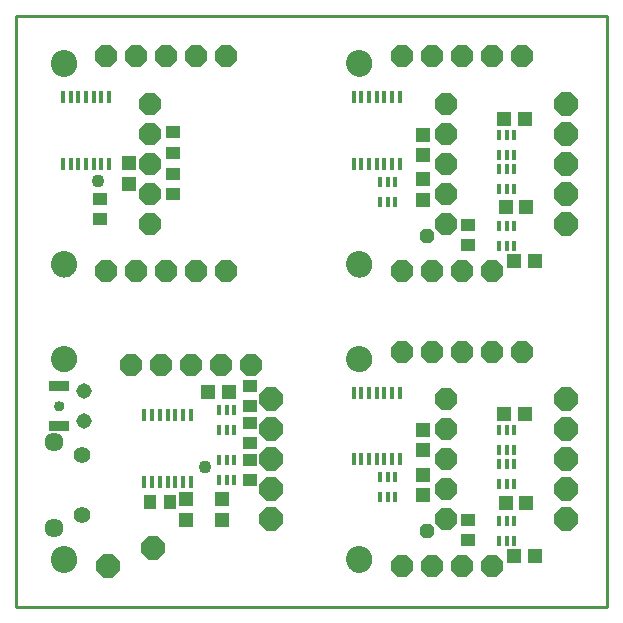
<source format=gbs>
G75*
%MOIN*%
%OFA0B0*%
%FSLAX25Y25*%
%IPPOS*%
%LPD*%
%AMOC8*
5,1,8,0,0,1.08239X$1,22.5*
%
%ADD10C,0.01000*%
%ADD11C,0.00000*%
%ADD12C,0.08668*%
%ADD13R,0.01778X0.04337*%
%ADD14R,0.04652X0.04534*%
%ADD15OC8,0.07400*%
%ADD16R,0.04731X0.04337*%
%ADD17C,0.04337*%
%ADD18R,0.01778X0.03550*%
%ADD19R,0.04534X0.04652*%
%ADD20OC8,0.08000*%
%ADD21C,0.05550*%
%ADD22C,0.06337*%
%ADD23OC8,0.07880*%
%ADD24R,0.04337X0.04731*%
%ADD25C,0.03353*%
%ADD26R,0.07093X0.03550*%
%ADD27C,0.05156*%
%ADD28OC8,0.04731*%
D10*
X0001500Y0001500D02*
X0198350Y0001500D01*
X0198350Y0198350D01*
X0001500Y0198350D01*
X0001500Y0001500D01*
D11*
X0013114Y0017248D02*
X0013116Y0017376D01*
X0013122Y0017504D01*
X0013132Y0017631D01*
X0013146Y0017759D01*
X0013163Y0017885D01*
X0013185Y0018011D01*
X0013211Y0018137D01*
X0013240Y0018261D01*
X0013273Y0018385D01*
X0013310Y0018507D01*
X0013351Y0018628D01*
X0013396Y0018748D01*
X0013444Y0018867D01*
X0013496Y0018984D01*
X0013552Y0019099D01*
X0013611Y0019213D01*
X0013673Y0019324D01*
X0013739Y0019434D01*
X0013808Y0019541D01*
X0013881Y0019647D01*
X0013957Y0019750D01*
X0014036Y0019850D01*
X0014118Y0019949D01*
X0014203Y0020044D01*
X0014291Y0020137D01*
X0014382Y0020227D01*
X0014475Y0020314D01*
X0014572Y0020399D01*
X0014670Y0020480D01*
X0014772Y0020558D01*
X0014875Y0020633D01*
X0014981Y0020705D01*
X0015089Y0020774D01*
X0015199Y0020839D01*
X0015312Y0020900D01*
X0015426Y0020959D01*
X0015541Y0021013D01*
X0015659Y0021064D01*
X0015777Y0021112D01*
X0015898Y0021155D01*
X0016019Y0021195D01*
X0016142Y0021231D01*
X0016266Y0021264D01*
X0016391Y0021292D01*
X0016516Y0021317D01*
X0016642Y0021337D01*
X0016769Y0021354D01*
X0016897Y0021367D01*
X0017024Y0021376D01*
X0017152Y0021381D01*
X0017280Y0021382D01*
X0017408Y0021379D01*
X0017536Y0021372D01*
X0017663Y0021361D01*
X0017790Y0021346D01*
X0017917Y0021328D01*
X0018043Y0021305D01*
X0018168Y0021278D01*
X0018292Y0021248D01*
X0018415Y0021214D01*
X0018538Y0021176D01*
X0018659Y0021134D01*
X0018778Y0021088D01*
X0018896Y0021039D01*
X0019013Y0020986D01*
X0019128Y0020930D01*
X0019241Y0020870D01*
X0019352Y0020807D01*
X0019461Y0020740D01*
X0019568Y0020670D01*
X0019673Y0020596D01*
X0019775Y0020520D01*
X0019875Y0020440D01*
X0019973Y0020357D01*
X0020068Y0020271D01*
X0020160Y0020182D01*
X0020249Y0020091D01*
X0020336Y0019997D01*
X0020419Y0019900D01*
X0020500Y0019800D01*
X0020577Y0019699D01*
X0020652Y0019594D01*
X0020723Y0019488D01*
X0020790Y0019379D01*
X0020855Y0019269D01*
X0020915Y0019156D01*
X0020973Y0019042D01*
X0021026Y0018926D01*
X0021076Y0018808D01*
X0021123Y0018689D01*
X0021166Y0018568D01*
X0021205Y0018446D01*
X0021240Y0018323D01*
X0021271Y0018199D01*
X0021299Y0018074D01*
X0021322Y0017948D01*
X0021342Y0017822D01*
X0021358Y0017695D01*
X0021370Y0017568D01*
X0021378Y0017440D01*
X0021382Y0017312D01*
X0021382Y0017184D01*
X0021378Y0017056D01*
X0021370Y0016928D01*
X0021358Y0016801D01*
X0021342Y0016674D01*
X0021322Y0016548D01*
X0021299Y0016422D01*
X0021271Y0016297D01*
X0021240Y0016173D01*
X0021205Y0016050D01*
X0021166Y0015928D01*
X0021123Y0015807D01*
X0021076Y0015688D01*
X0021026Y0015570D01*
X0020973Y0015454D01*
X0020915Y0015340D01*
X0020855Y0015227D01*
X0020790Y0015117D01*
X0020723Y0015008D01*
X0020652Y0014902D01*
X0020577Y0014797D01*
X0020500Y0014696D01*
X0020419Y0014596D01*
X0020336Y0014499D01*
X0020249Y0014405D01*
X0020160Y0014314D01*
X0020068Y0014225D01*
X0019973Y0014139D01*
X0019875Y0014056D01*
X0019775Y0013976D01*
X0019673Y0013900D01*
X0019568Y0013826D01*
X0019461Y0013756D01*
X0019352Y0013689D01*
X0019241Y0013626D01*
X0019128Y0013566D01*
X0019013Y0013510D01*
X0018896Y0013457D01*
X0018778Y0013408D01*
X0018659Y0013362D01*
X0018538Y0013320D01*
X0018415Y0013282D01*
X0018292Y0013248D01*
X0018168Y0013218D01*
X0018043Y0013191D01*
X0017917Y0013168D01*
X0017790Y0013150D01*
X0017663Y0013135D01*
X0017536Y0013124D01*
X0017408Y0013117D01*
X0017280Y0013114D01*
X0017152Y0013115D01*
X0017024Y0013120D01*
X0016897Y0013129D01*
X0016769Y0013142D01*
X0016642Y0013159D01*
X0016516Y0013179D01*
X0016391Y0013204D01*
X0016266Y0013232D01*
X0016142Y0013265D01*
X0016019Y0013301D01*
X0015898Y0013341D01*
X0015777Y0013384D01*
X0015659Y0013432D01*
X0015541Y0013483D01*
X0015426Y0013537D01*
X0015312Y0013596D01*
X0015199Y0013657D01*
X0015089Y0013722D01*
X0014981Y0013791D01*
X0014875Y0013863D01*
X0014772Y0013938D01*
X0014670Y0014016D01*
X0014572Y0014097D01*
X0014475Y0014182D01*
X0014382Y0014269D01*
X0014291Y0014359D01*
X0014203Y0014452D01*
X0014118Y0014547D01*
X0014036Y0014646D01*
X0013957Y0014746D01*
X0013881Y0014849D01*
X0013808Y0014955D01*
X0013739Y0015062D01*
X0013673Y0015172D01*
X0013611Y0015283D01*
X0013552Y0015397D01*
X0013496Y0015512D01*
X0013444Y0015629D01*
X0013396Y0015748D01*
X0013351Y0015868D01*
X0013310Y0015989D01*
X0013273Y0016111D01*
X0013240Y0016235D01*
X0013211Y0016359D01*
X0013185Y0016485D01*
X0013163Y0016611D01*
X0013146Y0016737D01*
X0013132Y0016865D01*
X0013122Y0016992D01*
X0013116Y0017120D01*
X0013114Y0017248D01*
X0014197Y0068429D02*
X0014199Y0068506D01*
X0014205Y0068582D01*
X0014215Y0068658D01*
X0014229Y0068733D01*
X0014246Y0068808D01*
X0014268Y0068881D01*
X0014293Y0068954D01*
X0014323Y0069025D01*
X0014355Y0069094D01*
X0014392Y0069161D01*
X0014431Y0069227D01*
X0014474Y0069290D01*
X0014521Y0069351D01*
X0014570Y0069410D01*
X0014623Y0069466D01*
X0014678Y0069519D01*
X0014736Y0069569D01*
X0014796Y0069616D01*
X0014859Y0069660D01*
X0014924Y0069701D01*
X0014991Y0069738D01*
X0015060Y0069772D01*
X0015130Y0069802D01*
X0015202Y0069828D01*
X0015276Y0069850D01*
X0015350Y0069869D01*
X0015425Y0069884D01*
X0015501Y0069895D01*
X0015577Y0069902D01*
X0015654Y0069905D01*
X0015730Y0069904D01*
X0015807Y0069899D01*
X0015883Y0069890D01*
X0015959Y0069877D01*
X0016033Y0069860D01*
X0016107Y0069840D01*
X0016180Y0069815D01*
X0016251Y0069787D01*
X0016321Y0069755D01*
X0016389Y0069720D01*
X0016455Y0069681D01*
X0016519Y0069639D01*
X0016580Y0069593D01*
X0016640Y0069544D01*
X0016696Y0069493D01*
X0016750Y0069438D01*
X0016801Y0069381D01*
X0016849Y0069321D01*
X0016894Y0069259D01*
X0016935Y0069194D01*
X0016973Y0069128D01*
X0017008Y0069060D01*
X0017038Y0068989D01*
X0017066Y0068918D01*
X0017089Y0068845D01*
X0017109Y0068771D01*
X0017125Y0068696D01*
X0017137Y0068620D01*
X0017145Y0068544D01*
X0017149Y0068467D01*
X0017149Y0068391D01*
X0017145Y0068314D01*
X0017137Y0068238D01*
X0017125Y0068162D01*
X0017109Y0068087D01*
X0017089Y0068013D01*
X0017066Y0067940D01*
X0017038Y0067869D01*
X0017008Y0067798D01*
X0016973Y0067730D01*
X0016935Y0067664D01*
X0016894Y0067599D01*
X0016849Y0067537D01*
X0016801Y0067477D01*
X0016750Y0067420D01*
X0016696Y0067365D01*
X0016640Y0067314D01*
X0016580Y0067265D01*
X0016519Y0067219D01*
X0016455Y0067177D01*
X0016389Y0067138D01*
X0016321Y0067103D01*
X0016251Y0067071D01*
X0016180Y0067043D01*
X0016107Y0067018D01*
X0016033Y0066998D01*
X0015959Y0066981D01*
X0015883Y0066968D01*
X0015807Y0066959D01*
X0015730Y0066954D01*
X0015654Y0066953D01*
X0015577Y0066956D01*
X0015501Y0066963D01*
X0015425Y0066974D01*
X0015350Y0066989D01*
X0015276Y0067008D01*
X0015202Y0067030D01*
X0015130Y0067056D01*
X0015060Y0067086D01*
X0014991Y0067120D01*
X0014924Y0067157D01*
X0014859Y0067198D01*
X0014796Y0067242D01*
X0014736Y0067289D01*
X0014678Y0067339D01*
X0014623Y0067392D01*
X0014570Y0067448D01*
X0014521Y0067507D01*
X0014474Y0067568D01*
X0014431Y0067631D01*
X0014392Y0067697D01*
X0014355Y0067764D01*
X0014323Y0067833D01*
X0014293Y0067904D01*
X0014268Y0067977D01*
X0014246Y0068050D01*
X0014229Y0068125D01*
X0014215Y0068200D01*
X0014205Y0068276D01*
X0014199Y0068352D01*
X0014197Y0068429D01*
X0013114Y0084177D02*
X0013116Y0084305D01*
X0013122Y0084433D01*
X0013132Y0084560D01*
X0013146Y0084688D01*
X0013163Y0084814D01*
X0013185Y0084940D01*
X0013211Y0085066D01*
X0013240Y0085190D01*
X0013273Y0085314D01*
X0013310Y0085436D01*
X0013351Y0085557D01*
X0013396Y0085677D01*
X0013444Y0085796D01*
X0013496Y0085913D01*
X0013552Y0086028D01*
X0013611Y0086142D01*
X0013673Y0086253D01*
X0013739Y0086363D01*
X0013808Y0086470D01*
X0013881Y0086576D01*
X0013957Y0086679D01*
X0014036Y0086779D01*
X0014118Y0086878D01*
X0014203Y0086973D01*
X0014291Y0087066D01*
X0014382Y0087156D01*
X0014475Y0087243D01*
X0014572Y0087328D01*
X0014670Y0087409D01*
X0014772Y0087487D01*
X0014875Y0087562D01*
X0014981Y0087634D01*
X0015089Y0087703D01*
X0015199Y0087768D01*
X0015312Y0087829D01*
X0015426Y0087888D01*
X0015541Y0087942D01*
X0015659Y0087993D01*
X0015777Y0088041D01*
X0015898Y0088084D01*
X0016019Y0088124D01*
X0016142Y0088160D01*
X0016266Y0088193D01*
X0016391Y0088221D01*
X0016516Y0088246D01*
X0016642Y0088266D01*
X0016769Y0088283D01*
X0016897Y0088296D01*
X0017024Y0088305D01*
X0017152Y0088310D01*
X0017280Y0088311D01*
X0017408Y0088308D01*
X0017536Y0088301D01*
X0017663Y0088290D01*
X0017790Y0088275D01*
X0017917Y0088257D01*
X0018043Y0088234D01*
X0018168Y0088207D01*
X0018292Y0088177D01*
X0018415Y0088143D01*
X0018538Y0088105D01*
X0018659Y0088063D01*
X0018778Y0088017D01*
X0018896Y0087968D01*
X0019013Y0087915D01*
X0019128Y0087859D01*
X0019241Y0087799D01*
X0019352Y0087736D01*
X0019461Y0087669D01*
X0019568Y0087599D01*
X0019673Y0087525D01*
X0019775Y0087449D01*
X0019875Y0087369D01*
X0019973Y0087286D01*
X0020068Y0087200D01*
X0020160Y0087111D01*
X0020249Y0087020D01*
X0020336Y0086926D01*
X0020419Y0086829D01*
X0020500Y0086729D01*
X0020577Y0086628D01*
X0020652Y0086523D01*
X0020723Y0086417D01*
X0020790Y0086308D01*
X0020855Y0086198D01*
X0020915Y0086085D01*
X0020973Y0085971D01*
X0021026Y0085855D01*
X0021076Y0085737D01*
X0021123Y0085618D01*
X0021166Y0085497D01*
X0021205Y0085375D01*
X0021240Y0085252D01*
X0021271Y0085128D01*
X0021299Y0085003D01*
X0021322Y0084877D01*
X0021342Y0084751D01*
X0021358Y0084624D01*
X0021370Y0084497D01*
X0021378Y0084369D01*
X0021382Y0084241D01*
X0021382Y0084113D01*
X0021378Y0083985D01*
X0021370Y0083857D01*
X0021358Y0083730D01*
X0021342Y0083603D01*
X0021322Y0083477D01*
X0021299Y0083351D01*
X0021271Y0083226D01*
X0021240Y0083102D01*
X0021205Y0082979D01*
X0021166Y0082857D01*
X0021123Y0082736D01*
X0021076Y0082617D01*
X0021026Y0082499D01*
X0020973Y0082383D01*
X0020915Y0082269D01*
X0020855Y0082156D01*
X0020790Y0082046D01*
X0020723Y0081937D01*
X0020652Y0081831D01*
X0020577Y0081726D01*
X0020500Y0081625D01*
X0020419Y0081525D01*
X0020336Y0081428D01*
X0020249Y0081334D01*
X0020160Y0081243D01*
X0020068Y0081154D01*
X0019973Y0081068D01*
X0019875Y0080985D01*
X0019775Y0080905D01*
X0019673Y0080829D01*
X0019568Y0080755D01*
X0019461Y0080685D01*
X0019352Y0080618D01*
X0019241Y0080555D01*
X0019128Y0080495D01*
X0019013Y0080439D01*
X0018896Y0080386D01*
X0018778Y0080337D01*
X0018659Y0080291D01*
X0018538Y0080249D01*
X0018415Y0080211D01*
X0018292Y0080177D01*
X0018168Y0080147D01*
X0018043Y0080120D01*
X0017917Y0080097D01*
X0017790Y0080079D01*
X0017663Y0080064D01*
X0017536Y0080053D01*
X0017408Y0080046D01*
X0017280Y0080043D01*
X0017152Y0080044D01*
X0017024Y0080049D01*
X0016897Y0080058D01*
X0016769Y0080071D01*
X0016642Y0080088D01*
X0016516Y0080108D01*
X0016391Y0080133D01*
X0016266Y0080161D01*
X0016142Y0080194D01*
X0016019Y0080230D01*
X0015898Y0080270D01*
X0015777Y0080313D01*
X0015659Y0080361D01*
X0015541Y0080412D01*
X0015426Y0080466D01*
X0015312Y0080525D01*
X0015199Y0080586D01*
X0015089Y0080651D01*
X0014981Y0080720D01*
X0014875Y0080792D01*
X0014772Y0080867D01*
X0014670Y0080945D01*
X0014572Y0081026D01*
X0014475Y0081111D01*
X0014382Y0081198D01*
X0014291Y0081288D01*
X0014203Y0081381D01*
X0014118Y0081476D01*
X0014036Y0081575D01*
X0013957Y0081675D01*
X0013881Y0081778D01*
X0013808Y0081884D01*
X0013739Y0081991D01*
X0013673Y0082101D01*
X0013611Y0082212D01*
X0013552Y0082326D01*
X0013496Y0082441D01*
X0013444Y0082558D01*
X0013396Y0082677D01*
X0013351Y0082797D01*
X0013310Y0082918D01*
X0013273Y0083040D01*
X0013240Y0083164D01*
X0013211Y0083288D01*
X0013185Y0083414D01*
X0013163Y0083540D01*
X0013146Y0083666D01*
X0013132Y0083794D01*
X0013122Y0083921D01*
X0013116Y0084049D01*
X0013114Y0084177D01*
X0013114Y0115673D02*
X0013116Y0115801D01*
X0013122Y0115929D01*
X0013132Y0116056D01*
X0013146Y0116184D01*
X0013163Y0116310D01*
X0013185Y0116436D01*
X0013211Y0116562D01*
X0013240Y0116686D01*
X0013273Y0116810D01*
X0013310Y0116932D01*
X0013351Y0117053D01*
X0013396Y0117173D01*
X0013444Y0117292D01*
X0013496Y0117409D01*
X0013552Y0117524D01*
X0013611Y0117638D01*
X0013673Y0117749D01*
X0013739Y0117859D01*
X0013808Y0117966D01*
X0013881Y0118072D01*
X0013957Y0118175D01*
X0014036Y0118275D01*
X0014118Y0118374D01*
X0014203Y0118469D01*
X0014291Y0118562D01*
X0014382Y0118652D01*
X0014475Y0118739D01*
X0014572Y0118824D01*
X0014670Y0118905D01*
X0014772Y0118983D01*
X0014875Y0119058D01*
X0014981Y0119130D01*
X0015089Y0119199D01*
X0015199Y0119264D01*
X0015312Y0119325D01*
X0015426Y0119384D01*
X0015541Y0119438D01*
X0015659Y0119489D01*
X0015777Y0119537D01*
X0015898Y0119580D01*
X0016019Y0119620D01*
X0016142Y0119656D01*
X0016266Y0119689D01*
X0016391Y0119717D01*
X0016516Y0119742D01*
X0016642Y0119762D01*
X0016769Y0119779D01*
X0016897Y0119792D01*
X0017024Y0119801D01*
X0017152Y0119806D01*
X0017280Y0119807D01*
X0017408Y0119804D01*
X0017536Y0119797D01*
X0017663Y0119786D01*
X0017790Y0119771D01*
X0017917Y0119753D01*
X0018043Y0119730D01*
X0018168Y0119703D01*
X0018292Y0119673D01*
X0018415Y0119639D01*
X0018538Y0119601D01*
X0018659Y0119559D01*
X0018778Y0119513D01*
X0018896Y0119464D01*
X0019013Y0119411D01*
X0019128Y0119355D01*
X0019241Y0119295D01*
X0019352Y0119232D01*
X0019461Y0119165D01*
X0019568Y0119095D01*
X0019673Y0119021D01*
X0019775Y0118945D01*
X0019875Y0118865D01*
X0019973Y0118782D01*
X0020068Y0118696D01*
X0020160Y0118607D01*
X0020249Y0118516D01*
X0020336Y0118422D01*
X0020419Y0118325D01*
X0020500Y0118225D01*
X0020577Y0118124D01*
X0020652Y0118019D01*
X0020723Y0117913D01*
X0020790Y0117804D01*
X0020855Y0117694D01*
X0020915Y0117581D01*
X0020973Y0117467D01*
X0021026Y0117351D01*
X0021076Y0117233D01*
X0021123Y0117114D01*
X0021166Y0116993D01*
X0021205Y0116871D01*
X0021240Y0116748D01*
X0021271Y0116624D01*
X0021299Y0116499D01*
X0021322Y0116373D01*
X0021342Y0116247D01*
X0021358Y0116120D01*
X0021370Y0115993D01*
X0021378Y0115865D01*
X0021382Y0115737D01*
X0021382Y0115609D01*
X0021378Y0115481D01*
X0021370Y0115353D01*
X0021358Y0115226D01*
X0021342Y0115099D01*
X0021322Y0114973D01*
X0021299Y0114847D01*
X0021271Y0114722D01*
X0021240Y0114598D01*
X0021205Y0114475D01*
X0021166Y0114353D01*
X0021123Y0114232D01*
X0021076Y0114113D01*
X0021026Y0113995D01*
X0020973Y0113879D01*
X0020915Y0113765D01*
X0020855Y0113652D01*
X0020790Y0113542D01*
X0020723Y0113433D01*
X0020652Y0113327D01*
X0020577Y0113222D01*
X0020500Y0113121D01*
X0020419Y0113021D01*
X0020336Y0112924D01*
X0020249Y0112830D01*
X0020160Y0112739D01*
X0020068Y0112650D01*
X0019973Y0112564D01*
X0019875Y0112481D01*
X0019775Y0112401D01*
X0019673Y0112325D01*
X0019568Y0112251D01*
X0019461Y0112181D01*
X0019352Y0112114D01*
X0019241Y0112051D01*
X0019128Y0111991D01*
X0019013Y0111935D01*
X0018896Y0111882D01*
X0018778Y0111833D01*
X0018659Y0111787D01*
X0018538Y0111745D01*
X0018415Y0111707D01*
X0018292Y0111673D01*
X0018168Y0111643D01*
X0018043Y0111616D01*
X0017917Y0111593D01*
X0017790Y0111575D01*
X0017663Y0111560D01*
X0017536Y0111549D01*
X0017408Y0111542D01*
X0017280Y0111539D01*
X0017152Y0111540D01*
X0017024Y0111545D01*
X0016897Y0111554D01*
X0016769Y0111567D01*
X0016642Y0111584D01*
X0016516Y0111604D01*
X0016391Y0111629D01*
X0016266Y0111657D01*
X0016142Y0111690D01*
X0016019Y0111726D01*
X0015898Y0111766D01*
X0015777Y0111809D01*
X0015659Y0111857D01*
X0015541Y0111908D01*
X0015426Y0111962D01*
X0015312Y0112021D01*
X0015199Y0112082D01*
X0015089Y0112147D01*
X0014981Y0112216D01*
X0014875Y0112288D01*
X0014772Y0112363D01*
X0014670Y0112441D01*
X0014572Y0112522D01*
X0014475Y0112607D01*
X0014382Y0112694D01*
X0014291Y0112784D01*
X0014203Y0112877D01*
X0014118Y0112972D01*
X0014036Y0113071D01*
X0013957Y0113171D01*
X0013881Y0113274D01*
X0013808Y0113380D01*
X0013739Y0113487D01*
X0013673Y0113597D01*
X0013611Y0113708D01*
X0013552Y0113822D01*
X0013496Y0113937D01*
X0013444Y0114054D01*
X0013396Y0114173D01*
X0013351Y0114293D01*
X0013310Y0114414D01*
X0013273Y0114536D01*
X0013240Y0114660D01*
X0013211Y0114784D01*
X0013185Y0114910D01*
X0013163Y0115036D01*
X0013146Y0115162D01*
X0013132Y0115290D01*
X0013122Y0115417D01*
X0013116Y0115545D01*
X0013114Y0115673D01*
X0013114Y0182602D02*
X0013116Y0182730D01*
X0013122Y0182858D01*
X0013132Y0182985D01*
X0013146Y0183113D01*
X0013163Y0183239D01*
X0013185Y0183365D01*
X0013211Y0183491D01*
X0013240Y0183615D01*
X0013273Y0183739D01*
X0013310Y0183861D01*
X0013351Y0183982D01*
X0013396Y0184102D01*
X0013444Y0184221D01*
X0013496Y0184338D01*
X0013552Y0184453D01*
X0013611Y0184567D01*
X0013673Y0184678D01*
X0013739Y0184788D01*
X0013808Y0184895D01*
X0013881Y0185001D01*
X0013957Y0185104D01*
X0014036Y0185204D01*
X0014118Y0185303D01*
X0014203Y0185398D01*
X0014291Y0185491D01*
X0014382Y0185581D01*
X0014475Y0185668D01*
X0014572Y0185753D01*
X0014670Y0185834D01*
X0014772Y0185912D01*
X0014875Y0185987D01*
X0014981Y0186059D01*
X0015089Y0186128D01*
X0015199Y0186193D01*
X0015312Y0186254D01*
X0015426Y0186313D01*
X0015541Y0186367D01*
X0015659Y0186418D01*
X0015777Y0186466D01*
X0015898Y0186509D01*
X0016019Y0186549D01*
X0016142Y0186585D01*
X0016266Y0186618D01*
X0016391Y0186646D01*
X0016516Y0186671D01*
X0016642Y0186691D01*
X0016769Y0186708D01*
X0016897Y0186721D01*
X0017024Y0186730D01*
X0017152Y0186735D01*
X0017280Y0186736D01*
X0017408Y0186733D01*
X0017536Y0186726D01*
X0017663Y0186715D01*
X0017790Y0186700D01*
X0017917Y0186682D01*
X0018043Y0186659D01*
X0018168Y0186632D01*
X0018292Y0186602D01*
X0018415Y0186568D01*
X0018538Y0186530D01*
X0018659Y0186488D01*
X0018778Y0186442D01*
X0018896Y0186393D01*
X0019013Y0186340D01*
X0019128Y0186284D01*
X0019241Y0186224D01*
X0019352Y0186161D01*
X0019461Y0186094D01*
X0019568Y0186024D01*
X0019673Y0185950D01*
X0019775Y0185874D01*
X0019875Y0185794D01*
X0019973Y0185711D01*
X0020068Y0185625D01*
X0020160Y0185536D01*
X0020249Y0185445D01*
X0020336Y0185351D01*
X0020419Y0185254D01*
X0020500Y0185154D01*
X0020577Y0185053D01*
X0020652Y0184948D01*
X0020723Y0184842D01*
X0020790Y0184733D01*
X0020855Y0184623D01*
X0020915Y0184510D01*
X0020973Y0184396D01*
X0021026Y0184280D01*
X0021076Y0184162D01*
X0021123Y0184043D01*
X0021166Y0183922D01*
X0021205Y0183800D01*
X0021240Y0183677D01*
X0021271Y0183553D01*
X0021299Y0183428D01*
X0021322Y0183302D01*
X0021342Y0183176D01*
X0021358Y0183049D01*
X0021370Y0182922D01*
X0021378Y0182794D01*
X0021382Y0182666D01*
X0021382Y0182538D01*
X0021378Y0182410D01*
X0021370Y0182282D01*
X0021358Y0182155D01*
X0021342Y0182028D01*
X0021322Y0181902D01*
X0021299Y0181776D01*
X0021271Y0181651D01*
X0021240Y0181527D01*
X0021205Y0181404D01*
X0021166Y0181282D01*
X0021123Y0181161D01*
X0021076Y0181042D01*
X0021026Y0180924D01*
X0020973Y0180808D01*
X0020915Y0180694D01*
X0020855Y0180581D01*
X0020790Y0180471D01*
X0020723Y0180362D01*
X0020652Y0180256D01*
X0020577Y0180151D01*
X0020500Y0180050D01*
X0020419Y0179950D01*
X0020336Y0179853D01*
X0020249Y0179759D01*
X0020160Y0179668D01*
X0020068Y0179579D01*
X0019973Y0179493D01*
X0019875Y0179410D01*
X0019775Y0179330D01*
X0019673Y0179254D01*
X0019568Y0179180D01*
X0019461Y0179110D01*
X0019352Y0179043D01*
X0019241Y0178980D01*
X0019128Y0178920D01*
X0019013Y0178864D01*
X0018896Y0178811D01*
X0018778Y0178762D01*
X0018659Y0178716D01*
X0018538Y0178674D01*
X0018415Y0178636D01*
X0018292Y0178602D01*
X0018168Y0178572D01*
X0018043Y0178545D01*
X0017917Y0178522D01*
X0017790Y0178504D01*
X0017663Y0178489D01*
X0017536Y0178478D01*
X0017408Y0178471D01*
X0017280Y0178468D01*
X0017152Y0178469D01*
X0017024Y0178474D01*
X0016897Y0178483D01*
X0016769Y0178496D01*
X0016642Y0178513D01*
X0016516Y0178533D01*
X0016391Y0178558D01*
X0016266Y0178586D01*
X0016142Y0178619D01*
X0016019Y0178655D01*
X0015898Y0178695D01*
X0015777Y0178738D01*
X0015659Y0178786D01*
X0015541Y0178837D01*
X0015426Y0178891D01*
X0015312Y0178950D01*
X0015199Y0179011D01*
X0015089Y0179076D01*
X0014981Y0179145D01*
X0014875Y0179217D01*
X0014772Y0179292D01*
X0014670Y0179370D01*
X0014572Y0179451D01*
X0014475Y0179536D01*
X0014382Y0179623D01*
X0014291Y0179713D01*
X0014203Y0179806D01*
X0014118Y0179901D01*
X0014036Y0180000D01*
X0013957Y0180100D01*
X0013881Y0180203D01*
X0013808Y0180309D01*
X0013739Y0180416D01*
X0013673Y0180526D01*
X0013611Y0180637D01*
X0013552Y0180751D01*
X0013496Y0180866D01*
X0013444Y0180983D01*
X0013396Y0181102D01*
X0013351Y0181222D01*
X0013310Y0181343D01*
X0013273Y0181465D01*
X0013240Y0181589D01*
X0013211Y0181713D01*
X0013185Y0181839D01*
X0013163Y0181965D01*
X0013146Y0182091D01*
X0013132Y0182219D01*
X0013122Y0182346D01*
X0013116Y0182474D01*
X0013114Y0182602D01*
X0111539Y0182602D02*
X0111541Y0182730D01*
X0111547Y0182858D01*
X0111557Y0182985D01*
X0111571Y0183113D01*
X0111588Y0183239D01*
X0111610Y0183365D01*
X0111636Y0183491D01*
X0111665Y0183615D01*
X0111698Y0183739D01*
X0111735Y0183861D01*
X0111776Y0183982D01*
X0111821Y0184102D01*
X0111869Y0184221D01*
X0111921Y0184338D01*
X0111977Y0184453D01*
X0112036Y0184567D01*
X0112098Y0184678D01*
X0112164Y0184788D01*
X0112233Y0184895D01*
X0112306Y0185001D01*
X0112382Y0185104D01*
X0112461Y0185204D01*
X0112543Y0185303D01*
X0112628Y0185398D01*
X0112716Y0185491D01*
X0112807Y0185581D01*
X0112900Y0185668D01*
X0112997Y0185753D01*
X0113095Y0185834D01*
X0113197Y0185912D01*
X0113300Y0185987D01*
X0113406Y0186059D01*
X0113514Y0186128D01*
X0113624Y0186193D01*
X0113737Y0186254D01*
X0113851Y0186313D01*
X0113966Y0186367D01*
X0114084Y0186418D01*
X0114202Y0186466D01*
X0114323Y0186509D01*
X0114444Y0186549D01*
X0114567Y0186585D01*
X0114691Y0186618D01*
X0114816Y0186646D01*
X0114941Y0186671D01*
X0115067Y0186691D01*
X0115194Y0186708D01*
X0115322Y0186721D01*
X0115449Y0186730D01*
X0115577Y0186735D01*
X0115705Y0186736D01*
X0115833Y0186733D01*
X0115961Y0186726D01*
X0116088Y0186715D01*
X0116215Y0186700D01*
X0116342Y0186682D01*
X0116468Y0186659D01*
X0116593Y0186632D01*
X0116717Y0186602D01*
X0116840Y0186568D01*
X0116963Y0186530D01*
X0117084Y0186488D01*
X0117203Y0186442D01*
X0117321Y0186393D01*
X0117438Y0186340D01*
X0117553Y0186284D01*
X0117666Y0186224D01*
X0117777Y0186161D01*
X0117886Y0186094D01*
X0117993Y0186024D01*
X0118098Y0185950D01*
X0118200Y0185874D01*
X0118300Y0185794D01*
X0118398Y0185711D01*
X0118493Y0185625D01*
X0118585Y0185536D01*
X0118674Y0185445D01*
X0118761Y0185351D01*
X0118844Y0185254D01*
X0118925Y0185154D01*
X0119002Y0185053D01*
X0119077Y0184948D01*
X0119148Y0184842D01*
X0119215Y0184733D01*
X0119280Y0184623D01*
X0119340Y0184510D01*
X0119398Y0184396D01*
X0119451Y0184280D01*
X0119501Y0184162D01*
X0119548Y0184043D01*
X0119591Y0183922D01*
X0119630Y0183800D01*
X0119665Y0183677D01*
X0119696Y0183553D01*
X0119724Y0183428D01*
X0119747Y0183302D01*
X0119767Y0183176D01*
X0119783Y0183049D01*
X0119795Y0182922D01*
X0119803Y0182794D01*
X0119807Y0182666D01*
X0119807Y0182538D01*
X0119803Y0182410D01*
X0119795Y0182282D01*
X0119783Y0182155D01*
X0119767Y0182028D01*
X0119747Y0181902D01*
X0119724Y0181776D01*
X0119696Y0181651D01*
X0119665Y0181527D01*
X0119630Y0181404D01*
X0119591Y0181282D01*
X0119548Y0181161D01*
X0119501Y0181042D01*
X0119451Y0180924D01*
X0119398Y0180808D01*
X0119340Y0180694D01*
X0119280Y0180581D01*
X0119215Y0180471D01*
X0119148Y0180362D01*
X0119077Y0180256D01*
X0119002Y0180151D01*
X0118925Y0180050D01*
X0118844Y0179950D01*
X0118761Y0179853D01*
X0118674Y0179759D01*
X0118585Y0179668D01*
X0118493Y0179579D01*
X0118398Y0179493D01*
X0118300Y0179410D01*
X0118200Y0179330D01*
X0118098Y0179254D01*
X0117993Y0179180D01*
X0117886Y0179110D01*
X0117777Y0179043D01*
X0117666Y0178980D01*
X0117553Y0178920D01*
X0117438Y0178864D01*
X0117321Y0178811D01*
X0117203Y0178762D01*
X0117084Y0178716D01*
X0116963Y0178674D01*
X0116840Y0178636D01*
X0116717Y0178602D01*
X0116593Y0178572D01*
X0116468Y0178545D01*
X0116342Y0178522D01*
X0116215Y0178504D01*
X0116088Y0178489D01*
X0115961Y0178478D01*
X0115833Y0178471D01*
X0115705Y0178468D01*
X0115577Y0178469D01*
X0115449Y0178474D01*
X0115322Y0178483D01*
X0115194Y0178496D01*
X0115067Y0178513D01*
X0114941Y0178533D01*
X0114816Y0178558D01*
X0114691Y0178586D01*
X0114567Y0178619D01*
X0114444Y0178655D01*
X0114323Y0178695D01*
X0114202Y0178738D01*
X0114084Y0178786D01*
X0113966Y0178837D01*
X0113851Y0178891D01*
X0113737Y0178950D01*
X0113624Y0179011D01*
X0113514Y0179076D01*
X0113406Y0179145D01*
X0113300Y0179217D01*
X0113197Y0179292D01*
X0113095Y0179370D01*
X0112997Y0179451D01*
X0112900Y0179536D01*
X0112807Y0179623D01*
X0112716Y0179713D01*
X0112628Y0179806D01*
X0112543Y0179901D01*
X0112461Y0180000D01*
X0112382Y0180100D01*
X0112306Y0180203D01*
X0112233Y0180309D01*
X0112164Y0180416D01*
X0112098Y0180526D01*
X0112036Y0180637D01*
X0111977Y0180751D01*
X0111921Y0180866D01*
X0111869Y0180983D01*
X0111821Y0181102D01*
X0111776Y0181222D01*
X0111735Y0181343D01*
X0111698Y0181465D01*
X0111665Y0181589D01*
X0111636Y0181713D01*
X0111610Y0181839D01*
X0111588Y0181965D01*
X0111571Y0182091D01*
X0111557Y0182219D01*
X0111547Y0182346D01*
X0111541Y0182474D01*
X0111539Y0182602D01*
X0111539Y0115673D02*
X0111541Y0115801D01*
X0111547Y0115929D01*
X0111557Y0116056D01*
X0111571Y0116184D01*
X0111588Y0116310D01*
X0111610Y0116436D01*
X0111636Y0116562D01*
X0111665Y0116686D01*
X0111698Y0116810D01*
X0111735Y0116932D01*
X0111776Y0117053D01*
X0111821Y0117173D01*
X0111869Y0117292D01*
X0111921Y0117409D01*
X0111977Y0117524D01*
X0112036Y0117638D01*
X0112098Y0117749D01*
X0112164Y0117859D01*
X0112233Y0117966D01*
X0112306Y0118072D01*
X0112382Y0118175D01*
X0112461Y0118275D01*
X0112543Y0118374D01*
X0112628Y0118469D01*
X0112716Y0118562D01*
X0112807Y0118652D01*
X0112900Y0118739D01*
X0112997Y0118824D01*
X0113095Y0118905D01*
X0113197Y0118983D01*
X0113300Y0119058D01*
X0113406Y0119130D01*
X0113514Y0119199D01*
X0113624Y0119264D01*
X0113737Y0119325D01*
X0113851Y0119384D01*
X0113966Y0119438D01*
X0114084Y0119489D01*
X0114202Y0119537D01*
X0114323Y0119580D01*
X0114444Y0119620D01*
X0114567Y0119656D01*
X0114691Y0119689D01*
X0114816Y0119717D01*
X0114941Y0119742D01*
X0115067Y0119762D01*
X0115194Y0119779D01*
X0115322Y0119792D01*
X0115449Y0119801D01*
X0115577Y0119806D01*
X0115705Y0119807D01*
X0115833Y0119804D01*
X0115961Y0119797D01*
X0116088Y0119786D01*
X0116215Y0119771D01*
X0116342Y0119753D01*
X0116468Y0119730D01*
X0116593Y0119703D01*
X0116717Y0119673D01*
X0116840Y0119639D01*
X0116963Y0119601D01*
X0117084Y0119559D01*
X0117203Y0119513D01*
X0117321Y0119464D01*
X0117438Y0119411D01*
X0117553Y0119355D01*
X0117666Y0119295D01*
X0117777Y0119232D01*
X0117886Y0119165D01*
X0117993Y0119095D01*
X0118098Y0119021D01*
X0118200Y0118945D01*
X0118300Y0118865D01*
X0118398Y0118782D01*
X0118493Y0118696D01*
X0118585Y0118607D01*
X0118674Y0118516D01*
X0118761Y0118422D01*
X0118844Y0118325D01*
X0118925Y0118225D01*
X0119002Y0118124D01*
X0119077Y0118019D01*
X0119148Y0117913D01*
X0119215Y0117804D01*
X0119280Y0117694D01*
X0119340Y0117581D01*
X0119398Y0117467D01*
X0119451Y0117351D01*
X0119501Y0117233D01*
X0119548Y0117114D01*
X0119591Y0116993D01*
X0119630Y0116871D01*
X0119665Y0116748D01*
X0119696Y0116624D01*
X0119724Y0116499D01*
X0119747Y0116373D01*
X0119767Y0116247D01*
X0119783Y0116120D01*
X0119795Y0115993D01*
X0119803Y0115865D01*
X0119807Y0115737D01*
X0119807Y0115609D01*
X0119803Y0115481D01*
X0119795Y0115353D01*
X0119783Y0115226D01*
X0119767Y0115099D01*
X0119747Y0114973D01*
X0119724Y0114847D01*
X0119696Y0114722D01*
X0119665Y0114598D01*
X0119630Y0114475D01*
X0119591Y0114353D01*
X0119548Y0114232D01*
X0119501Y0114113D01*
X0119451Y0113995D01*
X0119398Y0113879D01*
X0119340Y0113765D01*
X0119280Y0113652D01*
X0119215Y0113542D01*
X0119148Y0113433D01*
X0119077Y0113327D01*
X0119002Y0113222D01*
X0118925Y0113121D01*
X0118844Y0113021D01*
X0118761Y0112924D01*
X0118674Y0112830D01*
X0118585Y0112739D01*
X0118493Y0112650D01*
X0118398Y0112564D01*
X0118300Y0112481D01*
X0118200Y0112401D01*
X0118098Y0112325D01*
X0117993Y0112251D01*
X0117886Y0112181D01*
X0117777Y0112114D01*
X0117666Y0112051D01*
X0117553Y0111991D01*
X0117438Y0111935D01*
X0117321Y0111882D01*
X0117203Y0111833D01*
X0117084Y0111787D01*
X0116963Y0111745D01*
X0116840Y0111707D01*
X0116717Y0111673D01*
X0116593Y0111643D01*
X0116468Y0111616D01*
X0116342Y0111593D01*
X0116215Y0111575D01*
X0116088Y0111560D01*
X0115961Y0111549D01*
X0115833Y0111542D01*
X0115705Y0111539D01*
X0115577Y0111540D01*
X0115449Y0111545D01*
X0115322Y0111554D01*
X0115194Y0111567D01*
X0115067Y0111584D01*
X0114941Y0111604D01*
X0114816Y0111629D01*
X0114691Y0111657D01*
X0114567Y0111690D01*
X0114444Y0111726D01*
X0114323Y0111766D01*
X0114202Y0111809D01*
X0114084Y0111857D01*
X0113966Y0111908D01*
X0113851Y0111962D01*
X0113737Y0112021D01*
X0113624Y0112082D01*
X0113514Y0112147D01*
X0113406Y0112216D01*
X0113300Y0112288D01*
X0113197Y0112363D01*
X0113095Y0112441D01*
X0112997Y0112522D01*
X0112900Y0112607D01*
X0112807Y0112694D01*
X0112716Y0112784D01*
X0112628Y0112877D01*
X0112543Y0112972D01*
X0112461Y0113071D01*
X0112382Y0113171D01*
X0112306Y0113274D01*
X0112233Y0113380D01*
X0112164Y0113487D01*
X0112098Y0113597D01*
X0112036Y0113708D01*
X0111977Y0113822D01*
X0111921Y0113937D01*
X0111869Y0114054D01*
X0111821Y0114173D01*
X0111776Y0114293D01*
X0111735Y0114414D01*
X0111698Y0114536D01*
X0111665Y0114660D01*
X0111636Y0114784D01*
X0111610Y0114910D01*
X0111588Y0115036D01*
X0111571Y0115162D01*
X0111557Y0115290D01*
X0111547Y0115417D01*
X0111541Y0115545D01*
X0111539Y0115673D01*
X0111539Y0084177D02*
X0111541Y0084305D01*
X0111547Y0084433D01*
X0111557Y0084560D01*
X0111571Y0084688D01*
X0111588Y0084814D01*
X0111610Y0084940D01*
X0111636Y0085066D01*
X0111665Y0085190D01*
X0111698Y0085314D01*
X0111735Y0085436D01*
X0111776Y0085557D01*
X0111821Y0085677D01*
X0111869Y0085796D01*
X0111921Y0085913D01*
X0111977Y0086028D01*
X0112036Y0086142D01*
X0112098Y0086253D01*
X0112164Y0086363D01*
X0112233Y0086470D01*
X0112306Y0086576D01*
X0112382Y0086679D01*
X0112461Y0086779D01*
X0112543Y0086878D01*
X0112628Y0086973D01*
X0112716Y0087066D01*
X0112807Y0087156D01*
X0112900Y0087243D01*
X0112997Y0087328D01*
X0113095Y0087409D01*
X0113197Y0087487D01*
X0113300Y0087562D01*
X0113406Y0087634D01*
X0113514Y0087703D01*
X0113624Y0087768D01*
X0113737Y0087829D01*
X0113851Y0087888D01*
X0113966Y0087942D01*
X0114084Y0087993D01*
X0114202Y0088041D01*
X0114323Y0088084D01*
X0114444Y0088124D01*
X0114567Y0088160D01*
X0114691Y0088193D01*
X0114816Y0088221D01*
X0114941Y0088246D01*
X0115067Y0088266D01*
X0115194Y0088283D01*
X0115322Y0088296D01*
X0115449Y0088305D01*
X0115577Y0088310D01*
X0115705Y0088311D01*
X0115833Y0088308D01*
X0115961Y0088301D01*
X0116088Y0088290D01*
X0116215Y0088275D01*
X0116342Y0088257D01*
X0116468Y0088234D01*
X0116593Y0088207D01*
X0116717Y0088177D01*
X0116840Y0088143D01*
X0116963Y0088105D01*
X0117084Y0088063D01*
X0117203Y0088017D01*
X0117321Y0087968D01*
X0117438Y0087915D01*
X0117553Y0087859D01*
X0117666Y0087799D01*
X0117777Y0087736D01*
X0117886Y0087669D01*
X0117993Y0087599D01*
X0118098Y0087525D01*
X0118200Y0087449D01*
X0118300Y0087369D01*
X0118398Y0087286D01*
X0118493Y0087200D01*
X0118585Y0087111D01*
X0118674Y0087020D01*
X0118761Y0086926D01*
X0118844Y0086829D01*
X0118925Y0086729D01*
X0119002Y0086628D01*
X0119077Y0086523D01*
X0119148Y0086417D01*
X0119215Y0086308D01*
X0119280Y0086198D01*
X0119340Y0086085D01*
X0119398Y0085971D01*
X0119451Y0085855D01*
X0119501Y0085737D01*
X0119548Y0085618D01*
X0119591Y0085497D01*
X0119630Y0085375D01*
X0119665Y0085252D01*
X0119696Y0085128D01*
X0119724Y0085003D01*
X0119747Y0084877D01*
X0119767Y0084751D01*
X0119783Y0084624D01*
X0119795Y0084497D01*
X0119803Y0084369D01*
X0119807Y0084241D01*
X0119807Y0084113D01*
X0119803Y0083985D01*
X0119795Y0083857D01*
X0119783Y0083730D01*
X0119767Y0083603D01*
X0119747Y0083477D01*
X0119724Y0083351D01*
X0119696Y0083226D01*
X0119665Y0083102D01*
X0119630Y0082979D01*
X0119591Y0082857D01*
X0119548Y0082736D01*
X0119501Y0082617D01*
X0119451Y0082499D01*
X0119398Y0082383D01*
X0119340Y0082269D01*
X0119280Y0082156D01*
X0119215Y0082046D01*
X0119148Y0081937D01*
X0119077Y0081831D01*
X0119002Y0081726D01*
X0118925Y0081625D01*
X0118844Y0081525D01*
X0118761Y0081428D01*
X0118674Y0081334D01*
X0118585Y0081243D01*
X0118493Y0081154D01*
X0118398Y0081068D01*
X0118300Y0080985D01*
X0118200Y0080905D01*
X0118098Y0080829D01*
X0117993Y0080755D01*
X0117886Y0080685D01*
X0117777Y0080618D01*
X0117666Y0080555D01*
X0117553Y0080495D01*
X0117438Y0080439D01*
X0117321Y0080386D01*
X0117203Y0080337D01*
X0117084Y0080291D01*
X0116963Y0080249D01*
X0116840Y0080211D01*
X0116717Y0080177D01*
X0116593Y0080147D01*
X0116468Y0080120D01*
X0116342Y0080097D01*
X0116215Y0080079D01*
X0116088Y0080064D01*
X0115961Y0080053D01*
X0115833Y0080046D01*
X0115705Y0080043D01*
X0115577Y0080044D01*
X0115449Y0080049D01*
X0115322Y0080058D01*
X0115194Y0080071D01*
X0115067Y0080088D01*
X0114941Y0080108D01*
X0114816Y0080133D01*
X0114691Y0080161D01*
X0114567Y0080194D01*
X0114444Y0080230D01*
X0114323Y0080270D01*
X0114202Y0080313D01*
X0114084Y0080361D01*
X0113966Y0080412D01*
X0113851Y0080466D01*
X0113737Y0080525D01*
X0113624Y0080586D01*
X0113514Y0080651D01*
X0113406Y0080720D01*
X0113300Y0080792D01*
X0113197Y0080867D01*
X0113095Y0080945D01*
X0112997Y0081026D01*
X0112900Y0081111D01*
X0112807Y0081198D01*
X0112716Y0081288D01*
X0112628Y0081381D01*
X0112543Y0081476D01*
X0112461Y0081575D01*
X0112382Y0081675D01*
X0112306Y0081778D01*
X0112233Y0081884D01*
X0112164Y0081991D01*
X0112098Y0082101D01*
X0112036Y0082212D01*
X0111977Y0082326D01*
X0111921Y0082441D01*
X0111869Y0082558D01*
X0111821Y0082677D01*
X0111776Y0082797D01*
X0111735Y0082918D01*
X0111698Y0083040D01*
X0111665Y0083164D01*
X0111636Y0083288D01*
X0111610Y0083414D01*
X0111588Y0083540D01*
X0111571Y0083666D01*
X0111557Y0083794D01*
X0111547Y0083921D01*
X0111541Y0084049D01*
X0111539Y0084177D01*
X0111539Y0017248D02*
X0111541Y0017376D01*
X0111547Y0017504D01*
X0111557Y0017631D01*
X0111571Y0017759D01*
X0111588Y0017885D01*
X0111610Y0018011D01*
X0111636Y0018137D01*
X0111665Y0018261D01*
X0111698Y0018385D01*
X0111735Y0018507D01*
X0111776Y0018628D01*
X0111821Y0018748D01*
X0111869Y0018867D01*
X0111921Y0018984D01*
X0111977Y0019099D01*
X0112036Y0019213D01*
X0112098Y0019324D01*
X0112164Y0019434D01*
X0112233Y0019541D01*
X0112306Y0019647D01*
X0112382Y0019750D01*
X0112461Y0019850D01*
X0112543Y0019949D01*
X0112628Y0020044D01*
X0112716Y0020137D01*
X0112807Y0020227D01*
X0112900Y0020314D01*
X0112997Y0020399D01*
X0113095Y0020480D01*
X0113197Y0020558D01*
X0113300Y0020633D01*
X0113406Y0020705D01*
X0113514Y0020774D01*
X0113624Y0020839D01*
X0113737Y0020900D01*
X0113851Y0020959D01*
X0113966Y0021013D01*
X0114084Y0021064D01*
X0114202Y0021112D01*
X0114323Y0021155D01*
X0114444Y0021195D01*
X0114567Y0021231D01*
X0114691Y0021264D01*
X0114816Y0021292D01*
X0114941Y0021317D01*
X0115067Y0021337D01*
X0115194Y0021354D01*
X0115322Y0021367D01*
X0115449Y0021376D01*
X0115577Y0021381D01*
X0115705Y0021382D01*
X0115833Y0021379D01*
X0115961Y0021372D01*
X0116088Y0021361D01*
X0116215Y0021346D01*
X0116342Y0021328D01*
X0116468Y0021305D01*
X0116593Y0021278D01*
X0116717Y0021248D01*
X0116840Y0021214D01*
X0116963Y0021176D01*
X0117084Y0021134D01*
X0117203Y0021088D01*
X0117321Y0021039D01*
X0117438Y0020986D01*
X0117553Y0020930D01*
X0117666Y0020870D01*
X0117777Y0020807D01*
X0117886Y0020740D01*
X0117993Y0020670D01*
X0118098Y0020596D01*
X0118200Y0020520D01*
X0118300Y0020440D01*
X0118398Y0020357D01*
X0118493Y0020271D01*
X0118585Y0020182D01*
X0118674Y0020091D01*
X0118761Y0019997D01*
X0118844Y0019900D01*
X0118925Y0019800D01*
X0119002Y0019699D01*
X0119077Y0019594D01*
X0119148Y0019488D01*
X0119215Y0019379D01*
X0119280Y0019269D01*
X0119340Y0019156D01*
X0119398Y0019042D01*
X0119451Y0018926D01*
X0119501Y0018808D01*
X0119548Y0018689D01*
X0119591Y0018568D01*
X0119630Y0018446D01*
X0119665Y0018323D01*
X0119696Y0018199D01*
X0119724Y0018074D01*
X0119747Y0017948D01*
X0119767Y0017822D01*
X0119783Y0017695D01*
X0119795Y0017568D01*
X0119803Y0017440D01*
X0119807Y0017312D01*
X0119807Y0017184D01*
X0119803Y0017056D01*
X0119795Y0016928D01*
X0119783Y0016801D01*
X0119767Y0016674D01*
X0119747Y0016548D01*
X0119724Y0016422D01*
X0119696Y0016297D01*
X0119665Y0016173D01*
X0119630Y0016050D01*
X0119591Y0015928D01*
X0119548Y0015807D01*
X0119501Y0015688D01*
X0119451Y0015570D01*
X0119398Y0015454D01*
X0119340Y0015340D01*
X0119280Y0015227D01*
X0119215Y0015117D01*
X0119148Y0015008D01*
X0119077Y0014902D01*
X0119002Y0014797D01*
X0118925Y0014696D01*
X0118844Y0014596D01*
X0118761Y0014499D01*
X0118674Y0014405D01*
X0118585Y0014314D01*
X0118493Y0014225D01*
X0118398Y0014139D01*
X0118300Y0014056D01*
X0118200Y0013976D01*
X0118098Y0013900D01*
X0117993Y0013826D01*
X0117886Y0013756D01*
X0117777Y0013689D01*
X0117666Y0013626D01*
X0117553Y0013566D01*
X0117438Y0013510D01*
X0117321Y0013457D01*
X0117203Y0013408D01*
X0117084Y0013362D01*
X0116963Y0013320D01*
X0116840Y0013282D01*
X0116717Y0013248D01*
X0116593Y0013218D01*
X0116468Y0013191D01*
X0116342Y0013168D01*
X0116215Y0013150D01*
X0116088Y0013135D01*
X0115961Y0013124D01*
X0115833Y0013117D01*
X0115705Y0013114D01*
X0115577Y0013115D01*
X0115449Y0013120D01*
X0115322Y0013129D01*
X0115194Y0013142D01*
X0115067Y0013159D01*
X0114941Y0013179D01*
X0114816Y0013204D01*
X0114691Y0013232D01*
X0114567Y0013265D01*
X0114444Y0013301D01*
X0114323Y0013341D01*
X0114202Y0013384D01*
X0114084Y0013432D01*
X0113966Y0013483D01*
X0113851Y0013537D01*
X0113737Y0013596D01*
X0113624Y0013657D01*
X0113514Y0013722D01*
X0113406Y0013791D01*
X0113300Y0013863D01*
X0113197Y0013938D01*
X0113095Y0014016D01*
X0112997Y0014097D01*
X0112900Y0014182D01*
X0112807Y0014269D01*
X0112716Y0014359D01*
X0112628Y0014452D01*
X0112543Y0014547D01*
X0112461Y0014646D01*
X0112382Y0014746D01*
X0112306Y0014849D01*
X0112233Y0014955D01*
X0112164Y0015062D01*
X0112098Y0015172D01*
X0112036Y0015283D01*
X0111977Y0015397D01*
X0111921Y0015512D01*
X0111869Y0015629D01*
X0111821Y0015748D01*
X0111776Y0015868D01*
X0111735Y0015989D01*
X0111698Y0016111D01*
X0111665Y0016235D01*
X0111636Y0016359D01*
X0111610Y0016485D01*
X0111588Y0016611D01*
X0111571Y0016737D01*
X0111557Y0016865D01*
X0111547Y0016992D01*
X0111541Y0017120D01*
X0111539Y0017248D01*
D12*
X0115673Y0017248D03*
X0115673Y0084177D03*
X0115673Y0115673D03*
X0115673Y0182602D03*
X0017248Y0182602D03*
X0017248Y0115673D03*
X0017248Y0084177D03*
X0017248Y0017248D03*
D13*
X0044217Y0043134D03*
X0046776Y0043134D03*
X0049335Y0043134D03*
X0051894Y0043134D03*
X0054453Y0043134D03*
X0057012Y0043134D03*
X0059571Y0043134D03*
X0059571Y0065378D03*
X0057012Y0065378D03*
X0054453Y0065378D03*
X0051894Y0065378D03*
X0049335Y0065378D03*
X0046776Y0065378D03*
X0044217Y0065378D03*
X0113902Y0072858D03*
X0116461Y0072858D03*
X0119020Y0072858D03*
X0121579Y0072858D03*
X0124138Y0072858D03*
X0126697Y0072858D03*
X0129256Y0072858D03*
X0129256Y0050614D03*
X0126697Y0050614D03*
X0124138Y0050614D03*
X0121579Y0050614D03*
X0119020Y0050614D03*
X0116461Y0050614D03*
X0113902Y0050614D03*
X0113902Y0149039D03*
X0116461Y0149039D03*
X0119020Y0149039D03*
X0121579Y0149039D03*
X0124138Y0149039D03*
X0126697Y0149039D03*
X0129256Y0149039D03*
X0129256Y0171283D03*
X0126697Y0171283D03*
X0124138Y0171283D03*
X0121579Y0171283D03*
X0119020Y0171283D03*
X0116461Y0171283D03*
X0113902Y0171283D03*
X0032406Y0171283D03*
X0029846Y0171283D03*
X0027287Y0171283D03*
X0024728Y0171283D03*
X0022169Y0171283D03*
X0019610Y0171283D03*
X0017051Y0171283D03*
X0017051Y0149039D03*
X0019610Y0149039D03*
X0022169Y0149039D03*
X0024728Y0149039D03*
X0027287Y0149039D03*
X0029846Y0149039D03*
X0032406Y0149039D03*
D14*
X0038902Y0149433D03*
X0038902Y0142543D03*
X0136933Y0143921D03*
X0136933Y0137031D03*
X0136933Y0151992D03*
X0136933Y0158882D03*
X0136933Y0060457D03*
X0136933Y0053567D03*
X0136933Y0045496D03*
X0136933Y0038606D03*
X0070004Y0037228D03*
X0070004Y0030339D03*
X0058193Y0030339D03*
X0058193Y0037228D03*
D15*
X0059768Y0082209D03*
X0069768Y0082209D03*
X0079768Y0082209D03*
X0049768Y0082209D03*
X0039768Y0082209D03*
X0041500Y0113311D03*
X0051500Y0113311D03*
X0061500Y0113311D03*
X0071500Y0113311D03*
X0046146Y0129138D03*
X0046146Y0139138D03*
X0046146Y0149138D03*
X0046146Y0159138D03*
X0046146Y0169138D03*
X0041500Y0184965D03*
X0051500Y0184965D03*
X0061500Y0184965D03*
X0071500Y0184965D03*
X0031500Y0184965D03*
X0031500Y0113311D03*
X0130004Y0113311D03*
X0140004Y0113311D03*
X0150004Y0113311D03*
X0160004Y0113311D03*
X0144571Y0129138D03*
X0144571Y0139138D03*
X0144571Y0149138D03*
X0144571Y0159138D03*
X0144571Y0169138D03*
X0139925Y0184965D03*
X0129925Y0184965D03*
X0149925Y0184965D03*
X0159925Y0184965D03*
X0169925Y0184965D03*
X0169925Y0086539D03*
X0159925Y0086539D03*
X0149925Y0086539D03*
X0139925Y0086539D03*
X0129925Y0086539D03*
X0144571Y0070713D03*
X0144571Y0060713D03*
X0144571Y0050713D03*
X0144571Y0040713D03*
X0144571Y0030713D03*
X0140004Y0014886D03*
X0130004Y0014886D03*
X0150004Y0014886D03*
X0160004Y0014886D03*
D16*
X0151894Y0023744D03*
X0151894Y0030437D03*
X0079453Y0043823D03*
X0079453Y0050516D03*
X0079453Y0056028D03*
X0079453Y0062720D03*
X0079453Y0068232D03*
X0079453Y0074925D03*
X0029453Y0130831D03*
X0029453Y0137524D03*
X0053862Y0139098D03*
X0053862Y0145791D03*
X0053862Y0152878D03*
X0053862Y0159571D03*
X0151894Y0128862D03*
X0151894Y0122169D03*
D17*
X0064492Y0047957D03*
X0028665Y0143232D03*
D18*
X0069020Y0067051D03*
X0071579Y0067051D03*
X0074138Y0067051D03*
X0074138Y0060358D03*
X0071579Y0060358D03*
X0069020Y0060358D03*
X0069020Y0050516D03*
X0071579Y0050516D03*
X0074138Y0050516D03*
X0074138Y0043823D03*
X0071579Y0043823D03*
X0069020Y0043823D03*
X0122740Y0044595D03*
X0125299Y0044595D03*
X0127858Y0044595D03*
X0127858Y0037903D03*
X0125299Y0037903D03*
X0122740Y0037903D03*
X0162327Y0042248D03*
X0164886Y0042248D03*
X0167445Y0042248D03*
X0167445Y0048941D03*
X0164886Y0048941D03*
X0162327Y0048941D03*
X0162327Y0053665D03*
X0164886Y0053665D03*
X0167445Y0053665D03*
X0167445Y0060358D03*
X0164886Y0060358D03*
X0162327Y0060358D03*
X0162327Y0030043D03*
X0164886Y0030043D03*
X0167445Y0030043D03*
X0167445Y0023350D03*
X0164886Y0023350D03*
X0162327Y0023350D03*
X0162327Y0121776D03*
X0164886Y0121776D03*
X0167445Y0121776D03*
X0167445Y0128469D03*
X0164886Y0128469D03*
X0162327Y0128469D03*
X0162327Y0140673D03*
X0164886Y0140673D03*
X0167445Y0140673D03*
X0167445Y0147366D03*
X0164886Y0147366D03*
X0162327Y0147366D03*
X0162327Y0152091D03*
X0164886Y0152091D03*
X0167445Y0152091D03*
X0167445Y0158783D03*
X0164886Y0158783D03*
X0162327Y0158783D03*
X0127858Y0143021D03*
X0125299Y0143021D03*
X0122740Y0143021D03*
X0122740Y0136328D03*
X0125299Y0136328D03*
X0127858Y0136328D03*
D19*
X0164591Y0134571D03*
X0171480Y0134571D03*
X0174236Y0116854D03*
X0167346Y0116854D03*
X0164197Y0164098D03*
X0171087Y0164098D03*
X0072268Y0073154D03*
X0065378Y0073154D03*
X0164197Y0065673D03*
X0171087Y0065673D03*
X0171480Y0036146D03*
X0164591Y0036146D03*
X0167346Y0018429D03*
X0174236Y0018429D03*
D20*
X0184807Y0030713D03*
X0184807Y0040713D03*
X0184807Y0050713D03*
X0184807Y0060713D03*
X0184807Y0070713D03*
X0184807Y0129138D03*
X0184807Y0139138D03*
X0184807Y0149138D03*
X0184807Y0159138D03*
X0184807Y0169138D03*
X0086382Y0070713D03*
X0086382Y0060713D03*
X0086382Y0050713D03*
X0086382Y0040713D03*
X0086382Y0030713D03*
D21*
X0023547Y0032209D03*
X0023547Y0051894D03*
D22*
X0014098Y0056224D03*
X0014098Y0027878D03*
D23*
X0032209Y0014886D03*
X0047169Y0021185D03*
D24*
X0046185Y0036539D03*
X0052878Y0036539D03*
D25*
X0015673Y0068429D03*
D26*
X0015673Y0075122D03*
X0015673Y0061736D03*
D27*
X0023941Y0063429D03*
X0023941Y0073429D03*
D28*
X0138508Y0026697D03*
X0138508Y0125122D03*
M02*

</source>
